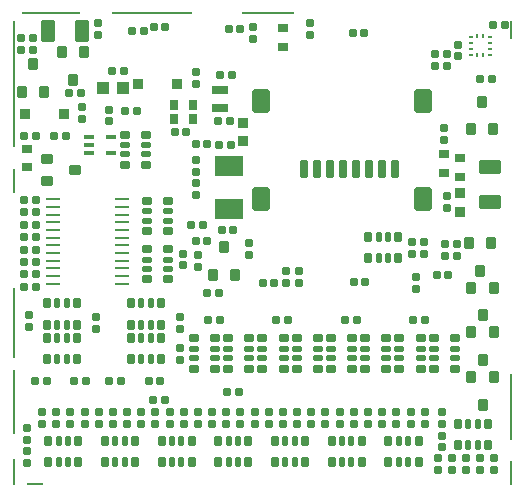
<source format=gbp>
G04*
G04 #@! TF.GenerationSoftware,Altium Limited,Altium Designer,22.11.1 (43)*
G04*
G04 Layer_Color=128*
%FSLAX25Y25*%
%MOIN*%
G70*
G04*
G04 #@! TF.SameCoordinates,A6378206-AED9-4D2D-974D-CF2DF6B381A6*
G04*
G04*
G04 #@! TF.FilePolarity,Positive*
G04*
G01*
G75*
%ADD18R,0.00787X0.21260*%
%ADD19R,0.00787X0.09055*%
%ADD20R,0.00787X0.23622*%
%ADD21R,0.00787X0.07874*%
%ADD22R,0.00787X0.08268*%
%ADD23R,0.00787X0.42126*%
%ADD24R,0.19685X0.00787*%
%ADD25R,0.26772X0.00787*%
%ADD26R,0.17717X0.00787*%
%ADD27R,0.00787X0.22441*%
%ADD28R,0.00787X0.06299*%
%ADD29R,0.05512X0.00787*%
G04:AMPARAMS|DCode=32|XSize=35.43mil|YSize=37.4mil|CornerRadius=3.54mil|HoleSize=0mil|Usage=FLASHONLY|Rotation=90.000|XOffset=0mil|YOffset=0mil|HoleType=Round|Shape=RoundedRectangle|*
%AMROUNDEDRECTD32*
21,1,0.03543,0.03032,0,0,90.0*
21,1,0.02835,0.03740,0,0,90.0*
1,1,0.00709,0.01516,0.01417*
1,1,0.00709,0.01516,-0.01417*
1,1,0.00709,-0.01516,-0.01417*
1,1,0.00709,-0.01516,0.01417*
%
%ADD32ROUNDEDRECTD32*%
G04:AMPARAMS|DCode=33|XSize=35.43mil|YSize=37.4mil|CornerRadius=3.54mil|HoleSize=0mil|Usage=FLASHONLY|Rotation=90.000|XOffset=0mil|YOffset=0mil|HoleType=Round|Shape=RoundedRectangle|*
%AMROUNDEDRECTD33*
21,1,0.03543,0.03032,0,0,90.0*
21,1,0.02835,0.03740,0,0,90.0*
1,1,0.00709,0.01516,0.01417*
1,1,0.00709,0.01516,-0.01417*
1,1,0.00709,-0.01516,-0.01417*
1,1,0.00709,-0.01516,0.01417*
%
%ADD33ROUNDEDRECTD33*%
G04:AMPARAMS|DCode=39|XSize=27.56mil|YSize=23.62mil|CornerRadius=2.36mil|HoleSize=0mil|Usage=FLASHONLY|Rotation=180.000|XOffset=0mil|YOffset=0mil|HoleType=Round|Shape=RoundedRectangle|*
%AMROUNDEDRECTD39*
21,1,0.02756,0.01890,0,0,180.0*
21,1,0.02284,0.02362,0,0,180.0*
1,1,0.00472,-0.01142,0.00945*
1,1,0.00472,0.01142,0.00945*
1,1,0.00472,0.01142,-0.00945*
1,1,0.00472,-0.01142,-0.00945*
%
%ADD39ROUNDEDRECTD39*%
G04:AMPARAMS|DCode=43|XSize=25.59mil|YSize=31.5mil|CornerRadius=2.56mil|HoleSize=0mil|Usage=FLASHONLY|Rotation=90.000|XOffset=0mil|YOffset=0mil|HoleType=Round|Shape=RoundedRectangle|*
%AMROUNDEDRECTD43*
21,1,0.02559,0.02638,0,0,90.0*
21,1,0.02047,0.03150,0,0,90.0*
1,1,0.00512,0.01319,0.01024*
1,1,0.00512,0.01319,-0.01024*
1,1,0.00512,-0.01319,-0.01024*
1,1,0.00512,-0.01319,0.01024*
%
%ADD43ROUNDEDRECTD43*%
G04:AMPARAMS|DCode=44|XSize=17.72mil|YSize=31.5mil|CornerRadius=1.77mil|HoleSize=0mil|Usage=FLASHONLY|Rotation=90.000|XOffset=0mil|YOffset=0mil|HoleType=Round|Shape=RoundedRectangle|*
%AMROUNDEDRECTD44*
21,1,0.01772,0.02795,0,0,90.0*
21,1,0.01417,0.03150,0,0,90.0*
1,1,0.00354,0.01398,0.00709*
1,1,0.00354,0.01398,-0.00709*
1,1,0.00354,-0.01398,-0.00709*
1,1,0.00354,-0.01398,0.00709*
%
%ADD44ROUNDEDRECTD44*%
G04:AMPARAMS|DCode=48|XSize=12.6mil|YSize=31.5mil|CornerRadius=1.26mil|HoleSize=0mil|Usage=FLASHONLY|Rotation=90.000|XOffset=0mil|YOffset=0mil|HoleType=Round|Shape=RoundedRectangle|*
%AMROUNDEDRECTD48*
21,1,0.01260,0.02898,0,0,90.0*
21,1,0.01008,0.03150,0,0,90.0*
1,1,0.00252,0.01449,0.00504*
1,1,0.00252,0.01449,-0.00504*
1,1,0.00252,-0.01449,-0.00504*
1,1,0.00252,-0.01449,0.00504*
%
%ADD48ROUNDEDRECTD48*%
G04:AMPARAMS|DCode=54|XSize=27.56mil|YSize=23.62mil|CornerRadius=2.36mil|HoleSize=0mil|Usage=FLASHONLY|Rotation=90.000|XOffset=0mil|YOffset=0mil|HoleType=Round|Shape=RoundedRectangle|*
%AMROUNDEDRECTD54*
21,1,0.02756,0.01890,0,0,90.0*
21,1,0.02284,0.02362,0,0,90.0*
1,1,0.00472,0.00945,0.01142*
1,1,0.00472,0.00945,-0.01142*
1,1,0.00472,-0.00945,-0.01142*
1,1,0.00472,-0.00945,0.01142*
%
%ADD54ROUNDEDRECTD54*%
G04:AMPARAMS|DCode=92|XSize=35.83mil|YSize=33.47mil|CornerRadius=3.35mil|HoleSize=0mil|Usage=FLASHONLY|Rotation=0.000|XOffset=0mil|YOffset=0mil|HoleType=Round|Shape=RoundedRectangle|*
%AMROUNDEDRECTD92*
21,1,0.03583,0.02677,0,0,0.0*
21,1,0.02913,0.03347,0,0,0.0*
1,1,0.00669,0.01457,-0.01339*
1,1,0.00669,-0.01457,-0.01339*
1,1,0.00669,-0.01457,0.01339*
1,1,0.00669,0.01457,0.01339*
%
%ADD92ROUNDEDRECTD92*%
G04:AMPARAMS|DCode=93|XSize=35.43mil|YSize=37.4mil|CornerRadius=3.54mil|HoleSize=0mil|Usage=FLASHONLY|Rotation=180.000|XOffset=0mil|YOffset=0mil|HoleType=Round|Shape=RoundedRectangle|*
%AMROUNDEDRECTD93*
21,1,0.03543,0.03032,0,0,180.0*
21,1,0.02835,0.03740,0,0,180.0*
1,1,0.00709,-0.01417,0.01516*
1,1,0.00709,0.01417,0.01516*
1,1,0.00709,0.01417,-0.01516*
1,1,0.00709,-0.01417,-0.01516*
%
%ADD93ROUNDEDRECTD93*%
G04:AMPARAMS|DCode=94|XSize=35.43mil|YSize=37.4mil|CornerRadius=3.54mil|HoleSize=0mil|Usage=FLASHONLY|Rotation=180.000|XOffset=0mil|YOffset=0mil|HoleType=Round|Shape=RoundedRectangle|*
%AMROUNDEDRECTD94*
21,1,0.03543,0.03032,0,0,180.0*
21,1,0.02835,0.03740,0,0,180.0*
1,1,0.00709,-0.01417,0.01516*
1,1,0.00709,0.01417,0.01516*
1,1,0.00709,0.01417,-0.01516*
1,1,0.00709,-0.01417,-0.01516*
%
%ADD94ROUNDEDRECTD94*%
%ADD95R,0.03937X0.04331*%
G04:AMPARAMS|DCode=96|XSize=70.87mil|YSize=45.28mil|CornerRadius=4.53mil|HoleSize=0mil|Usage=FLASHONLY|Rotation=0.000|XOffset=0mil|YOffset=0mil|HoleType=Round|Shape=RoundedRectangle|*
%AMROUNDEDRECTD96*
21,1,0.07087,0.03622,0,0,0.0*
21,1,0.06181,0.04528,0,0,0.0*
1,1,0.00906,0.03091,-0.01811*
1,1,0.00906,-0.03091,-0.01811*
1,1,0.00906,-0.03091,0.01811*
1,1,0.00906,0.03091,0.01811*
%
%ADD96ROUNDEDRECTD96*%
G04:AMPARAMS|DCode=97|XSize=59.06mil|YSize=25.59mil|CornerRadius=2.56mil|HoleSize=0mil|Usage=FLASHONLY|Rotation=90.000|XOffset=0mil|YOffset=0mil|HoleType=Round|Shape=RoundedRectangle|*
%AMROUNDEDRECTD97*
21,1,0.05906,0.02047,0,0,90.0*
21,1,0.05394,0.02559,0,0,90.0*
1,1,0.00512,0.01024,0.02697*
1,1,0.00512,0.01024,-0.02697*
1,1,0.00512,-0.01024,-0.02697*
1,1,0.00512,-0.01024,0.02697*
%
%ADD97ROUNDEDRECTD97*%
G04:AMPARAMS|DCode=98|XSize=78.74mil|YSize=57.09mil|CornerRadius=5.71mil|HoleSize=0mil|Usage=FLASHONLY|Rotation=90.000|XOffset=0mil|YOffset=0mil|HoleType=Round|Shape=RoundedRectangle|*
%AMROUNDEDRECTD98*
21,1,0.07874,0.04567,0,0,90.0*
21,1,0.06732,0.05709,0,0,90.0*
1,1,0.01142,0.02284,0.03366*
1,1,0.01142,0.02284,-0.03366*
1,1,0.01142,-0.02284,-0.03366*
1,1,0.01142,-0.02284,0.03366*
%
%ADD98ROUNDEDRECTD98*%
%ADD100R,0.09449X0.06693*%
G04:AMPARAMS|DCode=101|XSize=25.59mil|YSize=31.5mil|CornerRadius=2.56mil|HoleSize=0mil|Usage=FLASHONLY|Rotation=0.000|XOffset=0mil|YOffset=0mil|HoleType=Round|Shape=RoundedRectangle|*
%AMROUNDEDRECTD101*
21,1,0.02559,0.02638,0,0,0.0*
21,1,0.02047,0.03150,0,0,0.0*
1,1,0.00512,0.01024,-0.01319*
1,1,0.00512,-0.01024,-0.01319*
1,1,0.00512,-0.01024,0.01319*
1,1,0.00512,0.01024,0.01319*
%
%ADD101ROUNDEDRECTD101*%
G04:AMPARAMS|DCode=102|XSize=17.72mil|YSize=31.5mil|CornerRadius=1.77mil|HoleSize=0mil|Usage=FLASHONLY|Rotation=0.000|XOffset=0mil|YOffset=0mil|HoleType=Round|Shape=RoundedRectangle|*
%AMROUNDEDRECTD102*
21,1,0.01772,0.02795,0,0,0.0*
21,1,0.01417,0.03150,0,0,0.0*
1,1,0.00354,0.00709,-0.01398*
1,1,0.00354,-0.00709,-0.01398*
1,1,0.00354,-0.00709,0.01398*
1,1,0.00354,0.00709,0.01398*
%
%ADD102ROUNDEDRECTD102*%
G04:AMPARAMS|DCode=103|XSize=27.56mil|YSize=36.22mil|CornerRadius=2.76mil|HoleSize=0mil|Usage=FLASHONLY|Rotation=90.000|XOffset=0mil|YOffset=0mil|HoleType=Round|Shape=RoundedRectangle|*
%AMROUNDEDRECTD103*
21,1,0.02756,0.03071,0,0,90.0*
21,1,0.02205,0.03622,0,0,90.0*
1,1,0.00551,0.01535,0.01102*
1,1,0.00551,0.01535,-0.01102*
1,1,0.00551,-0.01535,-0.01102*
1,1,0.00551,-0.01535,0.01102*
%
%ADD103ROUNDEDRECTD103*%
G04:AMPARAMS|DCode=104|XSize=27.56mil|YSize=55.12mil|CornerRadius=2.76mil|HoleSize=0mil|Usage=FLASHONLY|Rotation=270.000|XOffset=0mil|YOffset=0mil|HoleType=Round|Shape=RoundedRectangle|*
%AMROUNDEDRECTD104*
21,1,0.02756,0.04961,0,0,270.0*
21,1,0.02205,0.05512,0,0,270.0*
1,1,0.00551,-0.02480,-0.01102*
1,1,0.00551,-0.02480,0.01102*
1,1,0.00551,0.02480,0.01102*
1,1,0.00551,0.02480,-0.01102*
%
%ADD104ROUNDEDRECTD104*%
G04:AMPARAMS|DCode=105|XSize=27.56mil|YSize=36.22mil|CornerRadius=2.76mil|HoleSize=0mil|Usage=FLASHONLY|Rotation=0.000|XOffset=0mil|YOffset=0mil|HoleType=Round|Shape=RoundedRectangle|*
%AMROUNDEDRECTD105*
21,1,0.02756,0.03071,0,0,0.0*
21,1,0.02205,0.03622,0,0,0.0*
1,1,0.00551,0.01102,-0.01535*
1,1,0.00551,-0.01102,-0.01535*
1,1,0.00551,-0.01102,0.01535*
1,1,0.00551,0.01102,0.01535*
%
%ADD105ROUNDEDRECTD105*%
G04:AMPARAMS|DCode=106|XSize=70.87mil|YSize=45.28mil|CornerRadius=4.53mil|HoleSize=0mil|Usage=FLASHONLY|Rotation=90.000|XOffset=0mil|YOffset=0mil|HoleType=Round|Shape=RoundedRectangle|*
%AMROUNDEDRECTD106*
21,1,0.07087,0.03622,0,0,90.0*
21,1,0.06181,0.04528,0,0,90.0*
1,1,0.00906,0.01811,0.03091*
1,1,0.00906,0.01811,-0.03091*
1,1,0.00906,-0.01811,-0.03091*
1,1,0.00906,-0.01811,0.03091*
%
%ADD106ROUNDEDRECTD106*%
G04:AMPARAMS|DCode=107|XSize=33.47mil|YSize=33.47mil|CornerRadius=3.35mil|HoleSize=0mil|Usage=FLASHONLY|Rotation=270.000|XOffset=0mil|YOffset=0mil|HoleType=Round|Shape=RoundedRectangle|*
%AMROUNDEDRECTD107*
21,1,0.03347,0.02677,0,0,270.0*
21,1,0.02677,0.03347,0,0,270.0*
1,1,0.00669,-0.01339,-0.01339*
1,1,0.00669,-0.01339,0.01339*
1,1,0.00669,0.01339,0.01339*
1,1,0.00669,0.01339,-0.01339*
%
%ADD107ROUNDEDRECTD107*%
%ADD108O,0.04961X0.00984*%
%ADD109R,0.00984X0.01378*%
%ADD110R,0.01378X0.00984*%
D18*
X394Y27559D02*
D03*
D19*
X394Y4528D02*
D03*
D20*
X394Y53937D02*
D03*
D21*
X166142Y3937D02*
D03*
D22*
X394Y101378D02*
D03*
D23*
Y133661D02*
D03*
D24*
X12992Y157480D02*
D03*
D25*
X46457D02*
D03*
D26*
X85236D02*
D03*
D27*
X166142Y26181D02*
D03*
D28*
Y151575D02*
D03*
D29*
X7480Y394D02*
D03*
D32*
X11615Y101242D02*
D03*
X20867Y104982D02*
D03*
D33*
X11615Y108723D02*
D03*
D39*
X28642Y154134D02*
D03*
Y150197D02*
D03*
X61825Y76772D02*
D03*
Y72835D02*
D03*
X78730Y76700D02*
D03*
Y80637D02*
D03*
X56693Y73228D02*
D03*
Y77165D02*
D03*
X5499Y52879D02*
D03*
Y56816D02*
D03*
X32283Y125197D02*
D03*
Y121260D02*
D03*
X23228Y125984D02*
D03*
Y122047D02*
D03*
X2756Y145079D02*
D03*
Y149016D02*
D03*
X134646Y69291D02*
D03*
Y65354D02*
D03*
X61024Y133858D02*
D03*
Y137795D02*
D03*
X91241Y67421D02*
D03*
Y71358D02*
D03*
X80216Y148721D02*
D03*
Y152657D02*
D03*
X133071Y81102D02*
D03*
Y77165D02*
D03*
X137008Y81102D02*
D03*
Y77165D02*
D03*
X6890Y145079D02*
D03*
Y149016D02*
D03*
X144685Y96457D02*
D03*
Y92520D02*
D03*
X143701Y118898D02*
D03*
Y114961D02*
D03*
X95571Y67421D02*
D03*
Y71358D02*
D03*
X99213Y153937D02*
D03*
Y150000D02*
D03*
X61024Y104331D02*
D03*
Y108268D02*
D03*
Y100787D02*
D03*
Y96850D02*
D03*
X47638Y24409D02*
D03*
Y20472D02*
D03*
X52362Y24409D02*
D03*
Y20472D02*
D03*
X57087Y24409D02*
D03*
Y20472D02*
D03*
X61811Y24409D02*
D03*
Y20472D02*
D03*
X146457Y5118D02*
D03*
Y9055D02*
D03*
X151181D02*
D03*
Y5118D02*
D03*
X155905D02*
D03*
Y9055D02*
D03*
X160630Y5118D02*
D03*
Y9055D02*
D03*
X27756Y51968D02*
D03*
Y55905D02*
D03*
X55709Y51968D02*
D03*
Y55905D02*
D03*
X24016Y24409D02*
D03*
Y20472D02*
D03*
X19292Y24409D02*
D03*
Y20472D02*
D03*
X14567Y24409D02*
D03*
Y20472D02*
D03*
X9843Y24409D02*
D03*
Y20472D02*
D03*
X42914Y24409D02*
D03*
Y20472D02*
D03*
X38189Y24409D02*
D03*
Y20472D02*
D03*
X33465Y24409D02*
D03*
Y20472D02*
D03*
X28740Y24409D02*
D03*
Y20472D02*
D03*
X80709Y24409D02*
D03*
Y20472D02*
D03*
X75985Y24409D02*
D03*
Y20472D02*
D03*
X71260Y24409D02*
D03*
Y20472D02*
D03*
X66536Y24409D02*
D03*
Y20472D02*
D03*
X99607D02*
D03*
Y24409D02*
D03*
X94882D02*
D03*
Y20472D02*
D03*
X90158Y24409D02*
D03*
Y20472D02*
D03*
X85433Y24409D02*
D03*
Y20472D02*
D03*
X118504Y24409D02*
D03*
Y20472D02*
D03*
X113780Y24409D02*
D03*
Y20472D02*
D03*
X109055Y24409D02*
D03*
Y20472D02*
D03*
X104331Y24409D02*
D03*
Y20472D02*
D03*
X132677Y24409D02*
D03*
Y20472D02*
D03*
X127953Y24409D02*
D03*
Y20472D02*
D03*
X123228Y24409D02*
D03*
Y20472D02*
D03*
X4724Y15157D02*
D03*
Y19094D02*
D03*
X141733Y9055D02*
D03*
Y5118D02*
D03*
X55709Y41732D02*
D03*
Y45669D02*
D03*
X143307Y20472D02*
D03*
Y24409D02*
D03*
X4724Y7480D02*
D03*
Y11417D02*
D03*
X143307Y16535D02*
D03*
Y12598D02*
D03*
X148425Y146850D02*
D03*
Y142913D02*
D03*
X137402Y24409D02*
D03*
Y20472D02*
D03*
D43*
X37402Y116831D02*
D03*
X44488D02*
D03*
X44488Y106791D02*
D03*
X37402D02*
D03*
X51969Y68602D02*
D03*
X44882D02*
D03*
Y78642D02*
D03*
X51969D02*
D03*
Y84744D02*
D03*
X44882D02*
D03*
Y94784D02*
D03*
X51969D02*
D03*
X147441Y48917D02*
D03*
X140354D02*
D03*
Y38878D02*
D03*
X147441Y38878D02*
D03*
X128937Y38878D02*
D03*
X136024D02*
D03*
Y48917D02*
D03*
X128937Y48917D02*
D03*
X78937Y48917D02*
D03*
X71851D02*
D03*
Y38878D02*
D03*
X78937D02*
D03*
X60433Y38878D02*
D03*
X67520Y38878D02*
D03*
Y48917D02*
D03*
X60433D02*
D03*
X101772Y48917D02*
D03*
X94685Y48917D02*
D03*
X94685Y38878D02*
D03*
X101772D02*
D03*
X83268Y38878D02*
D03*
X90355Y38878D02*
D03*
Y48917D02*
D03*
X83268D02*
D03*
X124607Y48917D02*
D03*
X117520Y48917D02*
D03*
X117520Y38878D02*
D03*
X124607D02*
D03*
X106103Y38878D02*
D03*
X113189Y38878D02*
D03*
Y48917D02*
D03*
X106103D02*
D03*
D44*
X44488Y110236D02*
D03*
Y113386D02*
D03*
X37402Y113386D02*
D03*
X37402Y110236D02*
D03*
X44882Y75197D02*
D03*
Y72047D02*
D03*
X51969D02*
D03*
Y75197D02*
D03*
X44882Y91339D02*
D03*
Y88189D02*
D03*
X51969D02*
D03*
Y91339D02*
D03*
X147441Y45472D02*
D03*
Y42323D02*
D03*
X140354D02*
D03*
Y45472D02*
D03*
X128937Y42323D02*
D03*
Y45472D02*
D03*
X136024D02*
D03*
Y42323D02*
D03*
X78937Y45472D02*
D03*
Y42323D02*
D03*
X71851D02*
D03*
Y45472D02*
D03*
X60433Y42323D02*
D03*
Y45472D02*
D03*
X67520D02*
D03*
Y42323D02*
D03*
X101772Y45472D02*
D03*
Y42323D02*
D03*
X94685D02*
D03*
Y45472D02*
D03*
X83268Y42323D02*
D03*
X83268Y45472D02*
D03*
X90355Y45472D02*
D03*
Y42323D02*
D03*
X124607Y45472D02*
D03*
Y42323D02*
D03*
X117520D02*
D03*
Y45472D02*
D03*
X106103Y42323D02*
D03*
X106103Y45472D02*
D03*
X113189Y45472D02*
D03*
Y42323D02*
D03*
D48*
X25394Y110827D02*
D03*
Y113386D02*
D03*
Y115945D02*
D03*
X32874D02*
D03*
Y110827D02*
D03*
D54*
X43701Y151378D02*
D03*
X39764D02*
D03*
X159843Y135433D02*
D03*
X155905D02*
D03*
X18743Y130809D02*
D03*
X22680D02*
D03*
X41339Y124803D02*
D03*
X37402D02*
D03*
X141339Y70079D02*
D03*
X145276D02*
D03*
X72047Y151969D02*
D03*
X75984D02*
D03*
X140748Y139764D02*
D03*
X144685D02*
D03*
X113386Y150787D02*
D03*
X117323D02*
D03*
X68910Y63978D02*
D03*
X64973D02*
D03*
X59646Y86614D02*
D03*
X63583D02*
D03*
X69685Y85039D02*
D03*
X73622D02*
D03*
X68898Y113386D02*
D03*
X72835D02*
D03*
X164173Y153543D02*
D03*
X160236D02*
D03*
X50984Y152559D02*
D03*
X47047D02*
D03*
X33071Y138189D02*
D03*
X37008D02*
D03*
X144095Y76378D02*
D03*
X148032D02*
D03*
X144095Y80315D02*
D03*
X148032D02*
D03*
X144685Y143701D02*
D03*
X140748D02*
D03*
X117618Y67815D02*
D03*
X113681D02*
D03*
X61024Y113779D02*
D03*
X64961D02*
D03*
X61024Y81299D02*
D03*
X64961D02*
D03*
X69291Y136614D02*
D03*
X73228D02*
D03*
X68504Y121260D02*
D03*
X72441D02*
D03*
X83366Y67421D02*
D03*
X87303D02*
D03*
X54035Y117815D02*
D03*
X57972D02*
D03*
X137599Y55118D02*
D03*
X133662D02*
D03*
X69095D02*
D03*
X65158D02*
D03*
X91929D02*
D03*
X87992D02*
D03*
X114764D02*
D03*
X110827D02*
D03*
X75591Y31102D02*
D03*
X71654D02*
D03*
X20539Y34646D02*
D03*
X24476D02*
D03*
X11350Y34646D02*
D03*
X7413D02*
D03*
X45343Y34646D02*
D03*
X49280D02*
D03*
X36154Y34646D02*
D03*
X32217D02*
D03*
X7874Y116535D02*
D03*
X3937D02*
D03*
X13780D02*
D03*
X17717D02*
D03*
X50788Y28346D02*
D03*
X46851D02*
D03*
X3937Y66142D02*
D03*
X7874D02*
D03*
X3937Y78543D02*
D03*
X7874D02*
D03*
X3937Y82677D02*
D03*
X7874D02*
D03*
X3937Y90945D02*
D03*
X7874D02*
D03*
X3937Y86811D02*
D03*
X7874D02*
D03*
X3937Y95079D02*
D03*
X7874D02*
D03*
X3937Y74410D02*
D03*
X7874D02*
D03*
X3937Y70276D02*
D03*
X7874D02*
D03*
D92*
X4331Y123622D02*
D03*
X17323Y123622D02*
D03*
X41732Y133858D02*
D03*
X54725D02*
D03*
D93*
X74151Y70120D02*
D03*
X70411Y79372D02*
D03*
X160320Y118619D02*
D03*
X156580Y127871D02*
D03*
X10630Y130984D02*
D03*
X6890Y140236D02*
D03*
X16339Y144409D02*
D03*
X20079Y135158D02*
D03*
X152953Y36024D02*
D03*
X156693Y26772D02*
D03*
Y41667D02*
D03*
X152953Y50919D02*
D03*
Y65814D02*
D03*
X156693Y56562D02*
D03*
X152166Y80709D02*
D03*
X155906Y71457D02*
D03*
D94*
X66671Y70120D02*
D03*
X152840Y118619D02*
D03*
X3150Y130984D02*
D03*
X23819Y144410D02*
D03*
X160433Y36024D02*
D03*
Y50919D02*
D03*
Y65814D02*
D03*
X159646Y80709D02*
D03*
D95*
X36811Y132283D02*
D03*
X30118D02*
D03*
D96*
X159055Y94488D02*
D03*
Y105905D02*
D03*
D97*
X97126Y105524D02*
D03*
X101457D02*
D03*
X105788D02*
D03*
X110118D02*
D03*
X114449D02*
D03*
X118780D02*
D03*
X123111D02*
D03*
X127441D02*
D03*
D98*
X136811Y95288D02*
D03*
Y127965D02*
D03*
X82678D02*
D03*
Y95288D02*
D03*
D100*
X72048Y106496D02*
D03*
X72048Y91929D02*
D03*
D101*
X118603Y82677D02*
D03*
X118603Y75591D02*
D03*
X128642D02*
D03*
Y82677D02*
D03*
X49705Y7677D02*
D03*
Y14764D02*
D03*
X59744D02*
D03*
Y7677D02*
D03*
X21555Y42126D02*
D03*
X21555Y49213D02*
D03*
X11516Y49213D02*
D03*
X11516Y42126D02*
D03*
Y60630D02*
D03*
X11516Y53543D02*
D03*
X21555D02*
D03*
Y60630D02*
D03*
X49508Y42126D02*
D03*
Y49213D02*
D03*
X39469Y49213D02*
D03*
X39469Y42126D02*
D03*
X39469Y60630D02*
D03*
Y53543D02*
D03*
X49508D02*
D03*
Y60630D02*
D03*
X11910Y7677D02*
D03*
X11910Y14764D02*
D03*
X21949D02*
D03*
X21949Y7677D02*
D03*
X30807D02*
D03*
Y14764D02*
D03*
X40846D02*
D03*
X40846Y7677D02*
D03*
X68602D02*
D03*
X68602Y14764D02*
D03*
X78642D02*
D03*
Y7677D02*
D03*
X87500D02*
D03*
X87500Y14764D02*
D03*
X97540Y14764D02*
D03*
Y7677D02*
D03*
X106398D02*
D03*
X106398Y14764D02*
D03*
X116437D02*
D03*
Y7677D02*
D03*
X125295D02*
D03*
Y14764D02*
D03*
X135335Y14764D02*
D03*
X135335Y7677D02*
D03*
X158563Y13386D02*
D03*
Y20472D02*
D03*
X148524D02*
D03*
X148524Y13386D02*
D03*
D102*
X122047Y82677D02*
D03*
X125197D02*
D03*
Y75591D02*
D03*
X122047D02*
D03*
X56299Y14764D02*
D03*
X53150D02*
D03*
Y7677D02*
D03*
X56299D02*
D03*
X18110Y42126D02*
D03*
X14961Y42126D02*
D03*
Y49213D02*
D03*
X18110D02*
D03*
X14961Y60630D02*
D03*
X18110Y60630D02*
D03*
X18110Y53543D02*
D03*
X14961D02*
D03*
X46063Y42126D02*
D03*
X42913D02*
D03*
Y49213D02*
D03*
X46063Y49213D02*
D03*
X42914Y60630D02*
D03*
X46063D02*
D03*
Y53543D02*
D03*
X42914D02*
D03*
X18504Y14764D02*
D03*
X15355D02*
D03*
Y7677D02*
D03*
X18504D02*
D03*
X37402Y14764D02*
D03*
X34252Y14764D02*
D03*
Y7677D02*
D03*
X37402D02*
D03*
X75197Y14764D02*
D03*
X72047D02*
D03*
Y7677D02*
D03*
X75197D02*
D03*
X94095Y14764D02*
D03*
X90945Y14764D02*
D03*
Y7677D02*
D03*
X94095D02*
D03*
X112992Y14764D02*
D03*
X109843D02*
D03*
Y7677D02*
D03*
X112992D02*
D03*
X131890Y14764D02*
D03*
X128740Y14764D02*
D03*
Y7677D02*
D03*
X131890D02*
D03*
X155118Y13386D02*
D03*
X151969D02*
D03*
Y20472D02*
D03*
X155118D02*
D03*
D103*
X143701Y110236D02*
D03*
Y103937D02*
D03*
X90059Y145965D02*
D03*
Y152264D02*
D03*
X4725Y112205D02*
D03*
X4725Y105905D02*
D03*
X149213Y102756D02*
D03*
Y109055D02*
D03*
D104*
X69291Y131693D02*
D03*
Y125787D02*
D03*
D105*
X60237Y126772D02*
D03*
X53937Y126772D02*
D03*
X60237Y122146D02*
D03*
X53937D02*
D03*
D106*
X11811Y151378D02*
D03*
X23228D02*
D03*
D107*
X149213Y91024D02*
D03*
Y97244D02*
D03*
X76772Y120827D02*
D03*
Y114606D02*
D03*
D108*
X13622Y67126D02*
D03*
Y69685D02*
D03*
Y72244D02*
D03*
Y74803D02*
D03*
Y77362D02*
D03*
Y79921D02*
D03*
Y82480D02*
D03*
Y85039D02*
D03*
Y87598D02*
D03*
Y90158D02*
D03*
Y92716D02*
D03*
Y95276D02*
D03*
X36615Y67126D02*
D03*
Y69685D02*
D03*
Y72244D02*
D03*
Y74803D02*
D03*
Y77362D02*
D03*
Y79921D02*
D03*
Y82480D02*
D03*
Y85039D02*
D03*
Y87598D02*
D03*
Y90158D02*
D03*
Y92716D02*
D03*
Y95276D02*
D03*
D109*
X156890Y143307D02*
D03*
X154922D02*
D03*
Y149606D02*
D03*
X156890D02*
D03*
D110*
X152756Y143504D02*
D03*
Y145473D02*
D03*
Y147441D02*
D03*
Y149409D02*
D03*
X159056Y143504D02*
D03*
Y149409D02*
D03*
Y145473D02*
D03*
Y147441D02*
D03*
M02*

</source>
